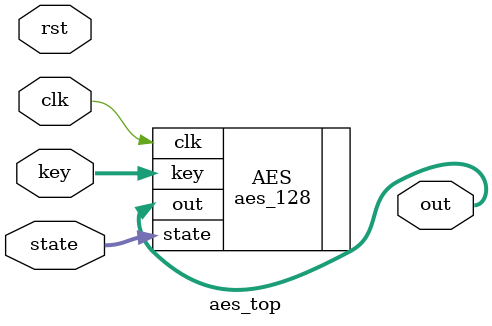
<source format=v>
`timescale 1ns / 1ps
module aes_top ( 
		 input clk, 
		 input rst, 
		 input [127:0] state, 
		 input [127:0] key, 
		 output [127:0] out
    ); 
	
	// Instantiation of AES encryption module
	aes_128 AES (.clk(clk), .state(state), .key(key), .out(out)); 
 
endmodule 
</source>
